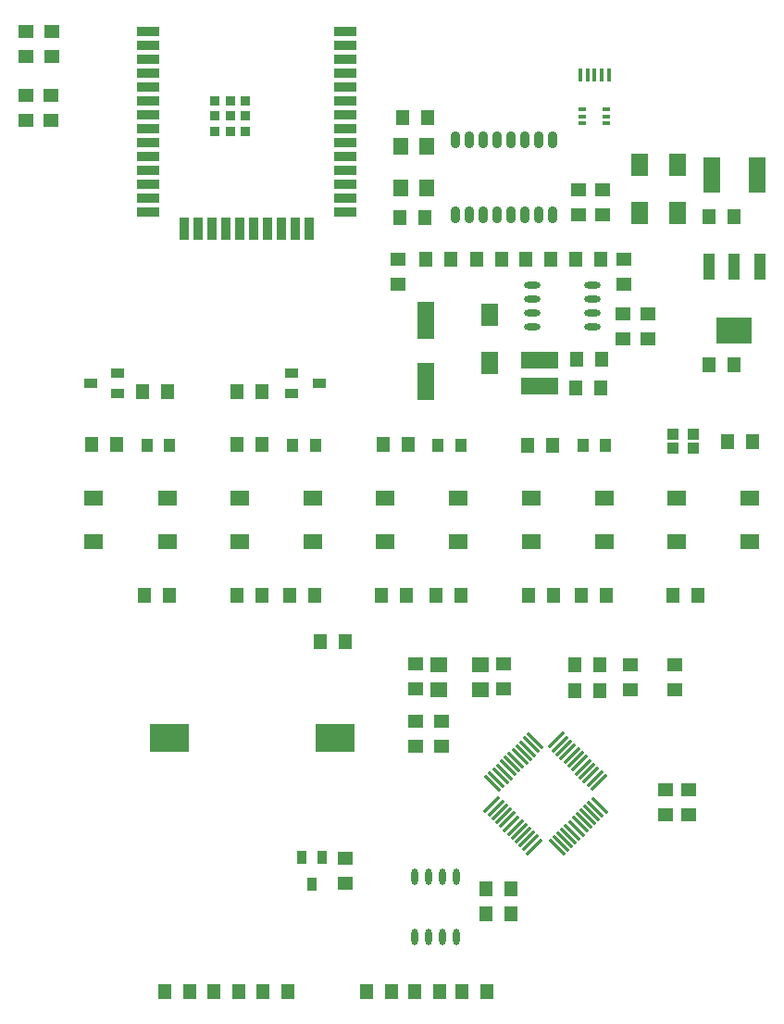
<source format=gtp>
G04*
G04 #@! TF.GenerationSoftware,Altium Limited,Altium Designer,21.0.8 (223)*
G04*
G04 Layer_Color=8421504*
%FSTAX24Y24*%
%MOIN*%
G70*
G04*
G04 #@! TF.SameCoordinates,41972824-9B57-438F-98A6-91DE107BC887*
G04*
G04*
G04 #@! TF.FilePolarity,Positive*
G04*
G01*
G75*
%ADD21R,0.1299X0.0945*%
%ADD22O,0.0354X0.0610*%
%ADD23R,0.0787X0.0354*%
%ADD24R,0.0610X0.1264*%
%ADD25R,0.0500X0.0550*%
%ADD26R,0.0551X0.0630*%
%ADD27R,0.0630X0.0551*%
%ADD28O,0.0591X0.0236*%
%ADD29R,0.0394X0.0945*%
%ADD30R,0.0354X0.0354*%
%ADD31R,0.0354X0.0787*%
%ADD32O,0.0236X0.0591*%
G04:AMPARAMS|DCode=33|XSize=9.8mil|YSize=78.7mil|CornerRadius=0mil|HoleSize=0mil|Usage=FLASHONLY|Rotation=225.000|XOffset=0mil|YOffset=0mil|HoleType=Round|Shape=Rectangle|*
%AMROTATEDRECTD33*
4,1,4,-0.0244,0.0313,0.0313,-0.0244,0.0244,-0.0313,-0.0313,0.0244,-0.0244,0.0313,0.0*
%
%ADD33ROTATEDRECTD33*%

G04:AMPARAMS|DCode=34|XSize=9.8mil|YSize=78.7mil|CornerRadius=0mil|HoleSize=0mil|Usage=FLASHONLY|Rotation=315.000|XOffset=0mil|YOffset=0mil|HoleType=Round|Shape=Rectangle|*
%AMROTATEDRECTD34*
4,1,4,-0.0313,-0.0244,0.0244,0.0313,0.0313,0.0244,-0.0244,-0.0313,-0.0313,-0.0244,0.0*
%
%ADD34ROTATEDRECTD34*%

%ADD35R,0.0669X0.0551*%
%ADD36R,0.0550X0.0500*%
%ADD37R,0.0472X0.0335*%
%ADD38R,0.0335X0.0472*%
%ADD39R,0.1378X0.0630*%
%ADD40R,0.0177X0.0512*%
%ADD41R,0.1441X0.1024*%
%ADD42R,0.0610X0.0827*%
%ADD43R,0.0433X0.0472*%
%ADD44R,0.0315X0.0157*%
%ADD45R,0.0394X0.0394*%
%ADD46R,0.0630X0.1378*%
D21*
X05895Y039258D02*
D03*
D22*
X0519Y046115D02*
D03*
X0514D02*
D03*
X0489Y043418D02*
D03*
X0494D02*
D03*
X0499D02*
D03*
X0504D02*
D03*
X0509D02*
D03*
X0514D02*
D03*
X0519D02*
D03*
X0524D02*
D03*
X0489Y046115D02*
D03*
X0494D02*
D03*
X0499D02*
D03*
X0504D02*
D03*
X0509D02*
D03*
X0524D02*
D03*
D23*
X044933Y048509D02*
D03*
Y043509D02*
D03*
Y044009D02*
D03*
Y044509D02*
D03*
Y045009D02*
D03*
Y045509D02*
D03*
Y046009D02*
D03*
Y046509D02*
D03*
Y047009D02*
D03*
Y047509D02*
D03*
Y048009D02*
D03*
Y049009D02*
D03*
Y049509D02*
D03*
Y050009D02*
D03*
X037846Y043509D02*
D03*
Y044009D02*
D03*
Y044509D02*
D03*
Y045009D02*
D03*
Y045509D02*
D03*
Y046009D02*
D03*
Y046509D02*
D03*
Y047009D02*
D03*
Y047509D02*
D03*
Y048009D02*
D03*
Y048509D02*
D03*
Y049009D02*
D03*
Y049509D02*
D03*
Y050009D02*
D03*
D24*
X058123Y04485D02*
D03*
X059777D02*
D03*
D25*
X05892Y037998D02*
D03*
X05802D02*
D03*
X054152Y041808D02*
D03*
X053252D02*
D03*
X048752D02*
D03*
X047852D02*
D03*
X0515Y035103D02*
D03*
X0524D02*
D03*
X0358Y035133D02*
D03*
X0367D02*
D03*
X04194Y03704D02*
D03*
X04104D02*
D03*
X04105Y035133D02*
D03*
X04195D02*
D03*
X03765Y03705D02*
D03*
X03855D02*
D03*
X054152Y037187D02*
D03*
X053252D02*
D03*
X04195Y0297D02*
D03*
X04105D02*
D03*
X05675Y02971D02*
D03*
X05765D02*
D03*
X03935Y01543D02*
D03*
X03845D02*
D03*
X0411D02*
D03*
X0402D02*
D03*
X05245Y0297D02*
D03*
X05155D02*
D03*
X0587Y035233D02*
D03*
X0596D02*
D03*
X0463Y035133D02*
D03*
X0472D02*
D03*
X04715Y0297D02*
D03*
X04625D02*
D03*
X050562Y041808D02*
D03*
X049662D02*
D03*
X051452D02*
D03*
X052352D02*
D03*
X054162Y038208D02*
D03*
X053262D02*
D03*
X05802Y04333D02*
D03*
X05892D02*
D03*
X04295Y0297D02*
D03*
X04385D02*
D03*
X037704D02*
D03*
X038604D02*
D03*
X047Y046919D02*
D03*
X0479D02*
D03*
X0478Y043319D02*
D03*
X0469D02*
D03*
X04495Y02805D02*
D03*
X04405D02*
D03*
X05345Y0297D02*
D03*
X05435D02*
D03*
X04915Y01543D02*
D03*
X05005D02*
D03*
X04835Y01544D02*
D03*
X04745D02*
D03*
X04569Y01543D02*
D03*
X04659D02*
D03*
X04287Y01544D02*
D03*
X04197D02*
D03*
X0482Y0297D02*
D03*
X0491D02*
D03*
X05319Y02628D02*
D03*
X05409D02*
D03*
X0509Y019138D02*
D03*
X05D02*
D03*
X05319Y0272D02*
D03*
X05409D02*
D03*
X0509Y01823D02*
D03*
X05D02*
D03*
D26*
X047853Y04437D02*
D03*
Y045867D02*
D03*
X046947D02*
D03*
Y04437D02*
D03*
D27*
X049798Y027203D02*
D03*
X048302D02*
D03*
Y026297D02*
D03*
X049798D02*
D03*
D28*
X053835Y039366D02*
D03*
Y039866D02*
D03*
Y040366D02*
D03*
Y040866D02*
D03*
X05167Y039366D02*
D03*
Y039866D02*
D03*
Y040366D02*
D03*
Y040866D02*
D03*
D29*
X059856Y041542D02*
D03*
X05895D02*
D03*
X058044D02*
D03*
D30*
X04135Y047521D02*
D03*
X040799Y046418D02*
D03*
X04135D02*
D03*
Y04697D02*
D03*
X040799D02*
D03*
X040248D02*
D03*
Y046418D02*
D03*
X040799Y047521D02*
D03*
X040248D02*
D03*
D31*
X042637Y042919D02*
D03*
X039137D02*
D03*
X039637D02*
D03*
X040137D02*
D03*
X040637D02*
D03*
X043137D02*
D03*
X041137D02*
D03*
X041637D02*
D03*
X042137D02*
D03*
X043637D02*
D03*
D32*
X04895Y019583D02*
D03*
X04845D02*
D03*
X04795D02*
D03*
X04745D02*
D03*
X04895Y017417D02*
D03*
X04845D02*
D03*
X04795D02*
D03*
X04745D02*
D03*
D33*
X050524Y023219D02*
D03*
X050663Y023358D02*
D03*
X050246Y02294D02*
D03*
X050385Y02308D02*
D03*
X051638Y024332D02*
D03*
X051498Y024193D02*
D03*
X051359Y024054D02*
D03*
X05122Y023915D02*
D03*
X051081Y023775D02*
D03*
X050942Y023636D02*
D03*
X050803Y023497D02*
D03*
X05367Y021743D02*
D03*
X053531Y021604D02*
D03*
X053392Y021464D02*
D03*
X053253Y021325D02*
D03*
X053114Y021186D02*
D03*
X052974Y021047D02*
D03*
X052835Y020908D02*
D03*
X052696Y020768D02*
D03*
X052557Y020629D02*
D03*
X054088Y02216D02*
D03*
X053949Y022021D02*
D03*
X05381Y021882D02*
D03*
X051777Y024471D02*
D03*
D34*
X053364Y023664D02*
D03*
X052529Y024499D02*
D03*
X052807Y024221D02*
D03*
X052947Y024082D02*
D03*
X053225Y023803D02*
D03*
X053086Y023943D02*
D03*
X052668Y02436D02*
D03*
X051749Y020657D02*
D03*
X05161Y020796D02*
D03*
X050218Y022188D02*
D03*
X050357Y022049D02*
D03*
X050496Y02191D02*
D03*
X050635Y021771D02*
D03*
X050775Y021631D02*
D03*
X050914Y021492D02*
D03*
X051053Y021353D02*
D03*
X051192Y021214D02*
D03*
X051331Y021075D02*
D03*
X051471Y020935D02*
D03*
X053503Y023525D02*
D03*
X053643Y023386D02*
D03*
X053782Y023247D02*
D03*
X053921Y023107D02*
D03*
X05406Y022968D02*
D03*
D35*
X043765Y03165D02*
D03*
X041128D02*
D03*
X043765Y033225D02*
D03*
X041128D02*
D03*
X038519Y03165D02*
D03*
X035881D02*
D03*
X038519Y033225D02*
D03*
X035881D02*
D03*
X056867Y033225D02*
D03*
X059505D02*
D03*
X056867Y03165D02*
D03*
X059505D02*
D03*
X05162Y033225D02*
D03*
X054258D02*
D03*
X05162Y03165D02*
D03*
X054258D02*
D03*
X046374Y033225D02*
D03*
X049012D02*
D03*
X046374Y03165D02*
D03*
X049012D02*
D03*
D36*
X046852Y041808D02*
D03*
Y040908D02*
D03*
X03345Y0477D02*
D03*
Y0468D02*
D03*
X04493Y02025D02*
D03*
Y01935D02*
D03*
X0552Y027205D02*
D03*
Y026305D02*
D03*
X054962Y040908D02*
D03*
Y041808D02*
D03*
X054952Y039858D02*
D03*
Y038958D02*
D03*
X055852Y039858D02*
D03*
Y038958D02*
D03*
X03435Y0477D02*
D03*
Y0468D02*
D03*
X03436Y049118D02*
D03*
Y050019D02*
D03*
X03345Y049118D02*
D03*
Y050019D02*
D03*
X0542Y043418D02*
D03*
Y044318D02*
D03*
X05335Y043418D02*
D03*
Y044318D02*
D03*
X056815Y027215D02*
D03*
Y026315D02*
D03*
X0484Y02428D02*
D03*
Y02518D02*
D03*
X05647Y0227D02*
D03*
Y0218D02*
D03*
X04748Y02428D02*
D03*
Y02518D02*
D03*
X05729Y0227D02*
D03*
Y0218D02*
D03*
X04748Y026328D02*
D03*
Y027228D02*
D03*
X05065D02*
D03*
Y026328D02*
D03*
D37*
X043008Y037724D02*
D03*
X04301Y03698D02*
D03*
X043992Y03735D02*
D03*
X036742Y036976D02*
D03*
X03674Y03772D02*
D03*
X035758Y03735D02*
D03*
D38*
X044104Y020292D02*
D03*
X04336Y02029D02*
D03*
X04373Y019308D02*
D03*
D39*
X051952Y037236D02*
D03*
Y038181D02*
D03*
D40*
X053654Y048437D02*
D03*
X05391D02*
D03*
X054166D02*
D03*
X053398D02*
D03*
X054422D02*
D03*
D41*
X044567Y02457D02*
D03*
X038607D02*
D03*
D42*
X05555Y043484D02*
D03*
Y045216D02*
D03*
X050152Y038092D02*
D03*
Y039824D02*
D03*
X0569Y043484D02*
D03*
Y045216D02*
D03*
D43*
X054313Y035113D02*
D03*
X053487D02*
D03*
X038613D02*
D03*
X037787D02*
D03*
X043863D02*
D03*
X043037D02*
D03*
X0491D02*
D03*
X048273D02*
D03*
D44*
X054323Y046694D02*
D03*
Y04695D02*
D03*
Y047206D02*
D03*
X053477D02*
D03*
Y04695D02*
D03*
Y046694D02*
D03*
D45*
X056736Y03501D02*
D03*
Y035503D02*
D03*
X057464D02*
D03*
Y03501D02*
D03*
D46*
X047852Y037404D02*
D03*
Y039608D02*
D03*
M02*

</source>
